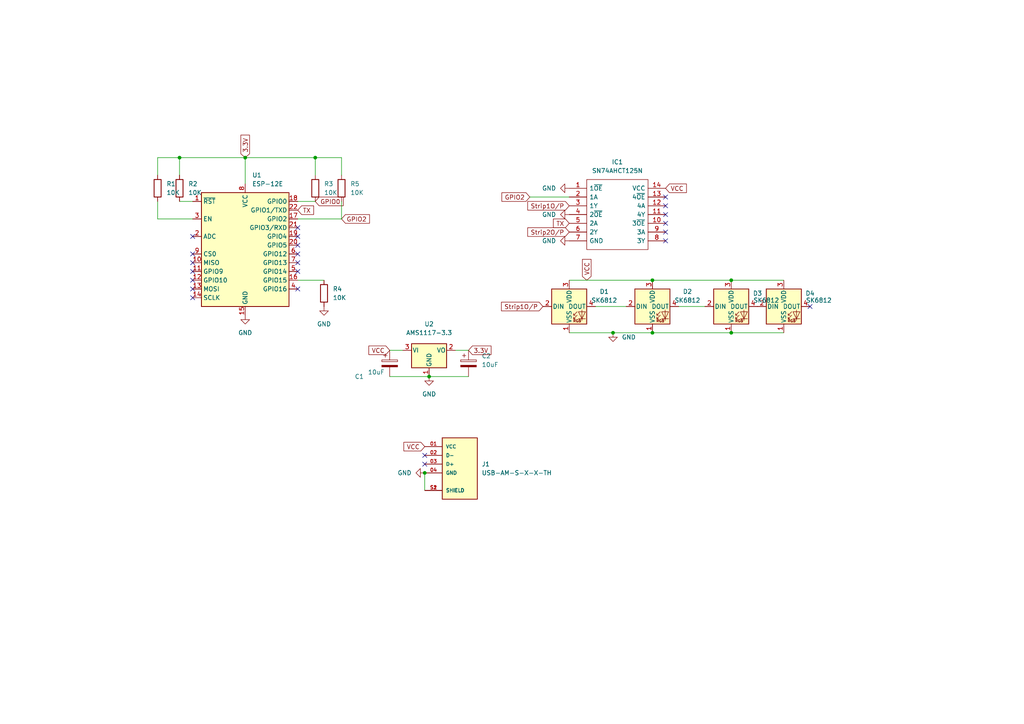
<source format=kicad_sch>
(kicad_sch (version 20231120) (generator "eeschema") (generator_version "8.0")
  (paper "A4")
  (lib_symbols
    (symbol "Device:C_Polarized" (pin_numbers hide) (pin_names (offset 0.254))
      (property "Reference" "C" (at 0.635 2.54 0))
      (property "Value" "C_Polarized" (at 0.635 -2.54 0))
      (symbol "C_Polarized_0_1"
        (rectangle (start -2.286 0.508) (end 2.286 1.016))
        (polyline (pts (xy -1.778 2.286) (xy -0.762 2.286)))
        (polyline (pts (xy -1.27 2.794) (xy -1.27 1.778)))
        (rectangle (start 2.286 -0.508) (end -2.286 -1.016) (fill (type outline)))
      )
      (symbol "C_Polarized_1_1"
        (pin passive line (at 0 3.81 270) (length 2.794) (name "~") (number "1"))
        (pin passive line (at 0 -3.81 90) (length 2.794) (name "~") (number "2"))
      )
    )
    (symbol "Device:R" (pin_numbers hide) (pin_names (offset 0))
      (property "Reference" "R" (at 2.032 0 90))
      (property "Value" "R" (at 0 0 90))
      (symbol "R_0_1"
        (rectangle (start -1.016 -2.54) (end 1.016 2.54) (stroke (width 0.254)))
      )
      (symbol "R_1_1"
        (pin passive line (at 0 3.81 270) (length 1.27) (name "~") (number "1"))
        (pin passive line (at 0 -3.81 90) (length 1.27) (name "~") (number "2"))
      )
    )
    (symbol "LED:SK6812" (pin_names (offset 0.254))
      (property "Reference" "D" (at 5.08 5.715 0))
      (property "Value" "SK6812" (at 1.27 -5.715 0))
      (symbol "SK6812_0_0"
        (text "RGB" (at 2.286 -4.191 0) (effects (font (size 0.762 0.762))))
      )
      (symbol "SK6812_0_1"
        (polyline (pts (xy 1.27 -3.556) (xy 1.778 -3.556)))
        (polyline (pts (xy 1.27 -2.54) (xy 1.778 -2.54)))
        (polyline (pts (xy 4.699 -3.556) (xy 2.667 -3.556)))
        (polyline (pts (xy 2.286 -2.54) (xy 1.27 -3.556) (xy 1.27 -3.048)))
        (polyline (pts (xy 2.286 -1.524) (xy 1.27 -2.54) (xy 1.27 -2.032)))
        (polyline (pts (xy 3.683 -1.016) (xy 3.683 -3.556) (xy 3.683 -4.064)))
        (polyline (pts (xy 4.699 -1.524) (xy 2.667 -1.524) (xy 3.683 -3.556) (xy 4.699 -1.524)))
        (rectangle (start 5.08 5.08) (end -5.08 -5.08) (stroke (width 0.254)) (fill (type background)))
      )
      (symbol "SK6812_1_1"
        (pin power_in line (at 0 -7.62 90) (length 2.54) (name "VSS") (number "1"))
        (pin input line (at -7.62 0 0) (length 2.54) (name "DIN") (number "2"))
        (pin power_in line (at 0 7.62 270) (length 2.54) (name "VDD") (number "3"))
        (pin output line (at 7.62 0 180) (length 2.54) (name "DOUT") (number "4"))
      )
    )
    (symbol "RF_Module:ESP-12E"
      (property "Reference" "U" (at -12.7 19.05 0))
      (property "Value" "ESP-12E" (at 12.7 19.05 0))
      (symbol "ESP-12E_0_1"
        (rectangle (start -12.7 17.78) (end 12.7 -15.24) (stroke (width 0.254)) (fill (type background)))
      )
      (symbol "ESP-12E_1_1"
        (pin input line (at -15.24 15.24 0) (length 2.54) (name "~{RST}") (number "1"))
        (pin bidirectional line (at -15.24 -2.54 0) (length 2.54) (name "MISO") (number "10"))
        (pin bidirectional line (at -15.24 -5.08 0) (length 2.54) (name "GPIO9") (number "11"))
        (pin bidirectional line (at -15.24 -7.62 0) (length 2.54) (name "GPIO10") (number "12"))
        (pin bidirectional line (at -15.24 -10.16 0) (length 2.54) (name "MOSI") (number "13"))
        (pin bidirectional line (at -15.24 -12.7 0) (length 2.54) (name "SCLK") (number "14"))
        (pin power_in line (at 0 -17.78 90) (length 2.54) (name "GND") (number "15"))
        (pin bidirectional line (at 15.24 -7.62 180) (length 2.54) (name "GPIO15") (number "16"))
        (pin bidirectional line (at 15.24 10.16 180) (length 2.54) (name "GPIO2") (number "17"))
        (pin bidirectional line (at 15.24 15.24 180) (length 2.54) (name "GPIO0") (number "18"))
        (pin bidirectional line (at 15.24 5.08 180) (length 2.54) (name "GPIO4") (number "19"))
        (pin input line (at -15.24 5.08 0) (length 2.54) (name "ADC") (number "2"))
        (pin bidirectional line (at 15.24 2.54 180) (length 2.54) (name "GPIO5") (number "20"))
        (pin bidirectional line (at 15.24 7.62 180) (length 2.54) (name "GPIO3/RXD") (number "21"))
        (pin bidirectional line (at 15.24 12.7 180) (length 2.54) (name "GPIO1/TXD") (number "22"))
        (pin input line (at -15.24 10.16 0) (length 2.54) (name "EN") (number "3"))
        (pin bidirectional line (at 15.24 -10.16 180) (length 2.54) (name "GPIO16") (number "4"))
        (pin bidirectional line (at 15.24 -5.08 180) (length 2.54) (name "GPIO14") (number "5"))
        (pin bidirectional line (at 15.24 0 180) (length 2.54) (name "GPIO12") (number "6"))
        (pin bidirectional line (at 15.24 -2.54 180) (length 2.54) (name "GPIO13") (number "7"))
        (pin power_in line (at 0 20.32 270) (length 2.54) (name "VCC") (number "8"))
        (pin input line (at -15.24 0 0) (length 2.54) (name "CS0") (number "9"))
      )
    )
    (symbol "Regulator_Linear:AMS1117-3.3" (pin_names (offset 0.254))
      (property "Reference" "U" (at -3.81 3.175 0))
      (property "Value" "AMS1117-3.3" (at 0 3.175 0))
      (symbol "AMS1117-3.3_0_1"
        (rectangle (start -5.08 -5.08) (end 5.08 1.905) (stroke (width 0.254)) (fill (type background)))
      )
      (symbol "AMS1117-3.3_1_1"
        (pin power_in line (at 0 -7.62 90) (length 2.54) (name "GND") (number "1"))
        (pin power_out line (at 7.62 0 180) (length 2.54) (name "VO") (number "2"))
        (pin power_in line (at -7.62 0 0) (length 2.54) (name "VI") (number "3"))
      )
    )
    (symbol "SN74AHCT125N:SN74AHCT125N" (pin_names (offset 0.762))
      (property "Reference" "IC" (at 24.13 7.62 0))
      (property "Value" "SN74AHCT125N" (at 24.13 5.08 0))
      (symbol "SN74AHCT125N_0_0"
        (pin passive line (at 0 0 0) (length 5.08) (name "1~{OE}") (number "1"))
        (pin passive line (at 27.94 -10.16 180) (length 5.08) (name "3~{OE}") (number "10"))
        (pin passive line (at 27.94 -7.62 180) (length 5.08) (name "4Y") (number "11"))
        (pin passive line (at 27.94 -5.08 180) (length 5.08) (name "4A") (number "12"))
        (pin passive line (at 27.94 -2.54 180) (length 5.08) (name "4~{OE}") (number "13"))
        (pin passive line (at 27.94 0 180) (length 5.08) (name "VCC") (number "14"))
        (pin passive line (at 0 -2.54 0) (length 5.08) (name "1A") (number "2"))
        (pin passive line (at 0 -5.08 0) (length 5.08) (name "1Y") (number "3"))
        (pin passive line (at 0 -7.62 0) (length 5.08) (name "2~{OE}") (number "4"))
        (pin passive line (at 0 -10.16 0) (length 5.08) (name "2A") (number "5"))
        (pin passive line (at 0 -12.7 0) (length 5.08) (name "2Y") (number "6"))
        (pin passive line (at 0 -15.24 0) (length 5.08) (name "GND") (number "7"))
        (pin passive line (at 27.94 -15.24 180) (length 5.08) (name "3Y") (number "8"))
        (pin passive line (at 27.94 -12.7 180) (length 5.08) (name "3A") (number "9"))
      )
      (symbol "SN74AHCT125N_0_1"
        (polyline (pts (xy 5.08 2.54) (xy 22.86 2.54) (xy 22.86 -17.78) (xy 5.08 -17.78) (xy 5.08 2.54)) (stroke (width 0.1524)))
      )
    )
    (symbol "USB-AM-S-X-X-THT Type A:USB-AM-S-X-X-TH" (pin_names (offset 1.016))
      (property "Reference" "J" (at -5.08 8.89 0))
      (property "Value" "USB-AM-S-X-X-TH" (at -5.08 -12.7 0))
      (symbol "USB-AM-S-X-X-TH_0_0"
        (rectangle (start -5.08 -10.16) (end 5.08 7.62) (stroke (width 0.254)) (fill (type background)))
        (pin power_in line (at -10.16 5.08 0) (length 5.08) (name "VCC") (number "01"))
        (pin bidirectional line (at -10.16 2.54 0) (length 5.08) (name "D-") (number "02"))
        (pin bidirectional line (at -10.16 0 0) (length 5.08) (name "D+") (number "03"))
        (pin power_in line (at -10.16 -2.54 0) (length 5.08) (name "GND") (number "04"))
        (pin passive line (at -10.16 -7.62 0) (length 5.08) (name "SHIELD") (number "S1"))
        (pin passive line (at -10.16 -7.62 0) (length 5.08) (name "SHIELD") (number "S2"))
      )
    )
    (symbol "power:GND" (power) (pin_names (offset 0))
      (property "Value" "GND" (at 0 -3.81 0))
      (symbol "GND_0_1"
        (polyline (pts (xy 0 0) (xy 0 -1.27) (xy 1.27 -1.27) (xy 0 -2.54) (xy -1.27 -1.27) (xy 0 -1.27)))
      )
      (symbol "GND_1_1"
        (pin power_in line (at 0 0 270) (length 0) hide (name "GND") (number "1"))
      )
    )
  )
  (junction (at 189.23 96.52))
  (junction (at 189.23 81.28))
  (junction (at 71.12 45.72))
  (junction (at 123.19 137.16))
  (junction (at 212.09 96.52))
  (junction (at 177.8 96.52))
  (junction (at 124.46 109.22))
  (junction (at 52.07 45.72))
  (junction (at 91.44 45.72))
  (junction (at 212.09 81.28))
  (no_connect (at 193.04 64.77))
  (no_connect (at 55.88 81.28))
  (no_connect (at 86.36 66.04))
  (no_connect (at 55.88 83.82))
  (no_connect (at 193.04 62.23))
  (no_connect (at 55.88 73.66))
  (no_connect (at 193.04 59.69))
  (no_connect (at 86.36 73.66))
  (no_connect (at 55.88 78.74))
  (no_connect (at 86.36 76.2))
  (no_connect (at 193.04 57.15))
  (no_connect (at 55.88 86.36))
  (no_connect (at 123.19 132.08))
  (no_connect (at 123.19 134.62))
  (no_connect (at 193.04 69.85))
  (no_connect (at 86.36 83.82))
  (no_connect (at 55.88 68.58))
  (no_connect (at 86.36 78.74))
  (no_connect (at 86.36 68.58))
  (no_connect (at 55.88 76.2))
  (no_connect (at 193.04 67.31))
  (no_connect (at 86.36 71.12))
  (no_connect (at 234.95 88.9))
  (wire (pts (xy 45.72 63.5) (xy 55.88 63.5)))
  (wire (pts (xy 165.1 96.52) (xy 177.8 96.52)))
  (wire (pts (xy 212.09 81.28) (xy 227.33 81.28)))
  (wire (pts (xy 132.08 101.6) (xy 135.89 101.6)))
  (wire (pts (xy 123.19 137.16) (xy 123.19 142.24)))
  (wire (pts (xy 91.44 45.72) (xy 91.44 50.8)))
  (wire (pts (xy 71.12 45.72) (xy 91.44 45.72)))
  (wire (pts (xy 86.36 63.5) (xy 99.06 63.5)))
  (wire (pts (xy 52.07 45.72) (xy 52.07 50.8)))
  (wire (pts (xy 189.23 96.52) (xy 212.09 96.52)))
  (wire (pts (xy 196.85 88.9) (xy 204.47 88.9)))
  (wire (pts (xy 91.44 45.72) (xy 99.06 45.72)))
  (wire (pts (xy 99.06 45.72) (xy 99.06 50.8)))
  (wire (pts (xy 124.46 109.22) (xy 135.89 109.22)))
  (wire (pts (xy 45.72 58.42) (xy 45.72 63.5)))
  (wire (pts (xy 212.09 96.52) (xy 227.33 96.52)))
  (wire (pts (xy 165.1 81.28) (xy 189.23 81.28)))
  (wire (pts (xy 45.72 45.72) (xy 45.72 50.8)))
  (wire (pts (xy 153.67 57.15) (xy 165.1 57.15)))
  (wire (pts (xy 177.8 96.52) (xy 189.23 96.52)))
  (wire (pts (xy 99.06 63.5) (xy 99.06 58.42)))
  (wire (pts (xy 86.36 58.42) (xy 91.44 58.42)))
  (wire (pts (xy 52.07 45.72) (xy 45.72 45.72)))
  (wire (pts (xy 113.03 109.22) (xy 124.46 109.22)))
  (wire (pts (xy 52.07 58.42) (xy 55.88 58.42)))
  (wire (pts (xy 71.12 53.34) (xy 71.12 45.72)))
  (wire (pts (xy 113.03 101.6) (xy 116.84 101.6)))
  (wire (pts (xy 86.36 81.28) (xy 93.98 81.28)))
  (wire (pts (xy 189.23 81.28) (xy 212.09 81.28)))
  (wire (pts (xy 71.12 45.72) (xy 52.07 45.72)))
  (wire (pts (xy 172.72 88.9) (xy 181.61 88.9)))
  (global_label "Strip2O{slash}P" (shape input) (at 165.1 67.31 180) (property "Intersheetrefs" "${INTERSHEET_REFS}" (effects (hide yes))))
  (global_label "VCC" (shape input) (at 170.18 81.28 90) (property "Intersheetrefs" "${INTERSHEET_REFS}" (effects (hide yes))))
  (global_label "VCC" (shape input) (at 113.03 101.6 180) (property "Intersheetrefs" "${INTERSHEET_REFS}" (effects (hide yes))))
  (global_label "3.3V" (shape input) (at 71.12 45.72 90) (property "Intersheetrefs" "${INTERSHEET_REFS}" (effects (hide yes))))
  (global_label "GPIO2" (shape input) (at 99.06 63.5 0) (property "Intersheetrefs" "${INTERSHEET_REFS}" (effects (hide yes))))
  (global_label "Strip1O{slash}P" (shape input) (at 165.1 59.69 180) (property "Intersheetrefs" "${INTERSHEET_REFS}" (effects (hide yes))))
  (global_label "3.3V" (shape input) (at 135.89 101.6 0) (property "Intersheetrefs" "${INTERSHEET_REFS}" (effects (hide yes))))
  (global_label "Strip1O{slash}P" (shape input) (at 157.48 88.9 180) (property "Intersheetrefs" "${INTERSHEET_REFS}" (effects (hide yes))))
  (global_label "GPIO0" (shape input) (at 91.44 58.42 0) (property "Intersheetrefs" "${INTERSHEET_REFS}" (effects (hide yes))))
  (global_label "VCC" (shape input) (at 123.19 129.54 180) (property "Intersheetrefs" "${INTERSHEET_REFS}" (effects (hide yes))))
  (global_label "VCC" (shape input) (at 193.04 54.61 0) (property "Intersheetrefs" "${INTERSHEET_REFS}" (effects (hide yes))))
  (global_label "TX" (shape input) (at 86.36 60.96 0) (property "Intersheetrefs" "${INTERSHEET_REFS}" (effects (hide yes))))
  (global_label "TX" (shape input) (at 165.1 64.77 180) (property "Intersheetrefs" "${INTERSHEET_REFS}" (effects (hide yes))))
  (global_label "GPIO2" (shape input) (at 153.67 57.15 180) (property "Intersheetrefs" "${INTERSHEET_REFS}" (effects (hide yes))))
  (symbol (lib_id "LED:SK6812") (at 165.1 88.9 0) (unit 1)
    (property "Reference" "D1" (at 175.26 84.5693 0))
    (property "Value" "SK6812" (at 175.26 87.1093 0))
    (property "Footprint" "LED_SMD:LED_SK6812_PLCC4_5.0x5.0mm_P3.2mm" (effects (hide yes)))
    (property "Datasheet" "https://cdn-shop.adafruit.com/product-files/1138/SK6812+LED+datasheet+.pdf" (effects (hide yes)))
  )
  (symbol (lib_id "Device:R") (at 91.44 54.61 0) (unit 1)
    (property "Reference" "R3" (at 93.98 53.3399 0) (effects (justify left)))
    (property "Value" "10K" (at 93.98 55.8799 0) (effects (justify left)))
    (property "Footprint" "Resistor_SMD:R_0805_2012Metric_Pad1.20x1.40mm_HandSolder" (effects (hide yes)))
  )
  (symbol (lib_id "power:GND") (at 165.1 69.85 270) (unit 1)
    (property "Reference" "#PWR07" (effects (hide yes)))
    (property "Value" "GND" (at 161.29 69.8499 90) (effects (justify right)))
  )
  (symbol (lib_id "Regulator_Linear:AMS1117-3.3") (at 124.46 101.6 0) (unit 1)
    (property "Reference" "U2" (at 124.46 93.98 0))
    (property "Value" "AMS1117-3.3" (at 124.46 96.52 0))
    (property "Footprint" "Package_TO_SOT_SMD:SOT-223-3_TabPin2" (effects (hide yes)))
    (property "Datasheet" "http://www.advanced-monolithic.com/pdf/ds1117.pdf" (effects (hide yes)))
  )
  (symbol (lib_id "Device:R") (at 45.72 54.61 0) (unit 1)
    (property "Reference" "R1" (at 48.26 53.3399 0) (effects (justify left)))
    (property "Value" "10K" (at 48.26 55.8799 0) (effects (justify left)))
    (property "Footprint" "Resistor_SMD:R_0805_2012Metric_Pad1.20x1.40mm_HandSolder" (effects (hide yes)))
  )
  (symbol (lib_id "LED:SK6812") (at 227.33 88.9 0) (unit 1)
    (property "Reference" "D4" (at 234.95 85.09 0))
    (property "Value" "SK6812" (at 237.49 87.1093 0))
    (property "Footprint" "LED_SMD:LED_SK6812_PLCC4_5.0x5.0mm_P3.2mm" (effects (hide yes)))
    (property "Datasheet" "https://cdn-shop.adafruit.com/product-files/1138/SK6812+LED+datasheet+.pdf" (effects (hide yes)))
  )
  (symbol (lib_id "SN74AHCT125N:SN74AHCT125N") (at 165.1 54.61 0) (unit 1)
    (property "Reference" "IC1" (at 179.07 46.99 0))
    (property "Value" "SN74AHCT125N" (at 179.07 49.53 0))
    (property "Footprint" "74HC125:74HC125D" (effects (hide yes)))
    (property "Datasheet" "http://www.ti.com/lit/gpn/sn74ahct125" (effects (hide yes)))
    (property "Description" "Quadruple Bus Buffer Gates With 3-State Outputs" (effects (hide yes)))
    (property "Height" "5.08" (effects (hide yes)))
    (property "Manufacturer_Name" "Texas Instruments" (effects (hide yes)))
    (property "Manufacturer_Part_Number" "SN74AHCT125N" (effects (hide yes)))
    (property "Mouser Part Number" "595-SN74AHCT125N" (effects (hide yes)))
    (property "Mouser Price/Stock" "https://www.mouser.co.uk/ProductDetail/Texas-Instruments/SN74AHCT125N?qs=1wQRf3HkBjyxwrHMwAiMfw%3D%3D" (effects (hide yes)))
    (property "Arrow Part Number" "SN74AHCT125N" (effects (hide yes)))
    (property "Arrow Price/Stock" "https://www.arrow.com/en/products/sn74ahct125n/texas-instruments?region=nac" (effects (hide yes)))
  )
  (symbol (lib_id "power:GND") (at 93.98 88.9 0) (unit 1)
    (property "Reference" "#PWR03" (effects (hide yes)))
    (property "Value" "GND" (at 93.98 93.98 0))
  )
  (symbol (lib_id "LED:SK6812") (at 189.23 88.9 0) (unit 1)
    (property "Reference" "D2" (at 199.39 84.5693 0))
    (property "Value" "SK6812" (at 199.39 87.1093 0))
    (property "Footprint" "LED_SMD:LED_SK6812_PLCC4_5.0x5.0mm_P3.2mm" (effects (hide yes)))
    (property "Datasheet" "https://cdn-shop.adafruit.com/product-files/1138/SK6812+LED+datasheet+.pdf" (effects (hide yes)))
  )
  (symbol (lib_id "Device:R") (at 99.06 54.61 0) (unit 1)
    (property "Reference" "R5" (at 101.6 53.3399 0) (effects (justify left)))
    (property "Value" "10K" (at 101.6 55.8799 0) (effects (justify left)))
    (property "Footprint" "Resistor_SMD:R_0805_2012Metric_Pad1.20x1.40mm_HandSolder" (effects (hide yes)))
  )
  (symbol (lib_id "Device:R") (at 93.98 85.09 0) (unit 1)
    (property "Reference" "R4" (at 96.52 83.8199 0) (effects (justify left)))
    (property "Value" "10K" (at 96.52 86.3599 0) (effects (justify left)))
    (property "Footprint" "Resistor_SMD:R_0805_2012Metric_Pad1.20x1.40mm_HandSolder" (effects (hide yes)))
  )
  (symbol (lib_id "LED:SK6812") (at 212.09 88.9 0) (unit 1)
    (property "Reference" "D3" (at 219.71 85.09 0))
    (property "Value" "SK6812" (at 222.25 87.1093 0))
    (property "Footprint" "LED_SMD:LED_SK6812_PLCC4_5.0x5.0mm_P3.2mm" (effects (hide yes)))
    (property "Datasheet" "https://cdn-shop.adafruit.com/product-files/1138/SK6812+LED+datasheet+.pdf" (effects (hide yes)))
  )
  (symbol (lib_id "Device:R") (at 52.07 54.61 0) (unit 1)
    (property "Reference" "R2" (at 54.61 53.3399 0) (effects (justify left)))
    (property "Value" "10K" (at 54.61 55.8799 0) (effects (justify left)))
    (property "Footprint" "Resistor_SMD:R_0805_2012Metric_Pad1.20x1.40mm_HandSolder" (effects (hide yes)))
  )
  (symbol (lib_id "Device:C_Polarized") (at 135.89 105.41 0) (unit 1)
    (property "Reference" "C2" (at 139.7 103.2509 0) (effects (justify left)))
    (property "Value" "10uF" (at 139.7 105.7909 0) (effects (justify left)))
    (property "Footprint" "Capacitor_SMD:C_1206_3216Metric_Pad1.33x1.80mm_HandSolder" (effects (hide yes)))
  )
  (symbol (lib_id "power:GND") (at 177.8 96.52 0) (unit 1)
    (property "Reference" "#PWR08" (effects (hide yes)))
    (property "Value" "GND" (at 180.34 97.7899 0) (effects (justify left)))
  )
  (symbol (lib_id "RF_Module:ESP-12E") (at 71.12 73.66 0) (unit 1)
    (property "Reference" "U1" (at 73.1394 50.8 0) (effects (justify left)))
    (property "Value" "ESP-12E" (at 73.1394 53.34 0) (effects (justify left)))
    (property "Footprint" "RF_Module:ESP-12E" (effects (hide yes)))
    (property "Datasheet" "http://wiki.ai-thinker.com/_media/esp8266/esp8266_series_modules_user_manual_v1.1.pdf" (effects (hide yes)))
  )
  (symbol (lib_id "power:GND") (at 123.19 137.16 270) (unit 1)
    (property "Reference" "#PWR02" (effects (hide yes)))
    (property "Value" "GND" (at 119.38 137.1599 90) (effects (justify right)))
  )
  (symbol (lib_id "power:GND") (at 165.1 54.61 270) (unit 1)
    (property "Reference" "#PWR05" (effects (hide yes)))
    (property "Value" "GND" (at 161.29 54.6099 90) (effects (justify right)))
  )
  (symbol (lib_id "power:GND") (at 71.12 91.44 0) (unit 1)
    (property "Reference" "#PWR01" (effects (hide yes)))
    (property "Value" "GND" (at 71.12 96.52 0))
  )
  (symbol (lib_id "power:GND") (at 165.1 62.23 270) (unit 1)
    (property "Reference" "#PWR06" (effects (hide yes)))
    (property "Value" "GND" (at 161.29 62.2299 90) (effects (justify right)))
  )
  (symbol (lib_id "Device:C_Polarized") (at 113.03 105.41 0) (unit 1)
    (property "Reference" "C1" (at 102.87 109.22 0) (effects (justify left)))
    (property "Value" "10uF" (at 106.68 107.95 0) (effects (justify left)))
    (property "Footprint" "Capacitor_SMD:C_1206_3216Metric_Pad1.33x1.80mm_HandSolder" (effects (hide yes)))
  )
  (symbol (lib_id "power:GND") (at 124.46 109.22 0) (unit 1)
    (property "Reference" "#PWR04" (effects (hide yes)))
    (property "Value" "GND" (at 124.46 114.3 0))
  )
  (symbol (lib_id "USB-AM-S-X-X-THT Type A:USB-AM-S-X-X-TH") (at 133.35 134.62 0) (unit 1)
    (property "Reference" "J1" (at 139.7 134.6199 0) (effects (justify left)))
    (property "Value" "USB-AM-S-X-X-TH" (at 139.7 137.1599 0) (effects (justify left)))
    (property "Footprint" "THT USB A:SAMTEC_USB-AM-S-X-X-TH" (effects (hide yes)))
    (property "STANDARD" "Manufacturer Recommendations" (effects (hide yes)))
    (property "MAXIMUM_PACKAGE_HEIGHT" "4.6 mm" (effects (hide yes)))
    (property "MANUFACTURER" "Samtec" (effects (hide yes)))
    (property "PARTREV" "U" (effects (hide yes)))
  )
)
</source>
